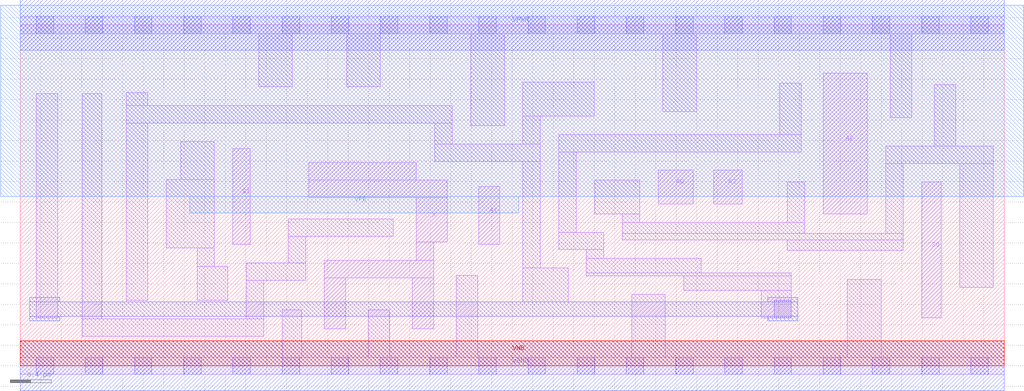
<source format=lef>
# Copyright 2020 The SkyWater PDK Authors
#
# Licensed under the Apache License, Version 2.0 (the "License");
# you may not use this file except in compliance with the License.
# You may obtain a copy of the License at
#
#     https://www.apache.org/licenses/LICENSE-2.0
#
# Unless required by applicable law or agreed to in writing, software
# distributed under the License is distributed on an "AS IS" BASIS,
# WITHOUT WARRANTIES OR CONDITIONS OF ANY KIND, either express or implied.
# See the License for the specific language governing permissions and
# limitations under the License.
#
# SPDX-License-Identifier: Apache-2.0

VERSION 5.7 ;
  NOWIREEXTENSIONATPIN ON ;
  DIVIDERCHAR "/" ;
  BUSBITCHARS "[]" ;
MACRO sky130_fd_sc_lp__mux4_4
  CLASS CORE ;
  FOREIGN sky130_fd_sc_lp__mux4_4 ;
  ORIGIN  0.000000  0.000000 ;
  SIZE  9.600000 BY  3.330000 ;
  SYMMETRY X Y R90 ;
  SITE unit ;
  PIN A0
    ANTENNAGATEAREA  0.159000 ;
    DIRECTION INPUT ;
    USE SIGNAL ;
    PORT
      LAYER li1 ;
        RECT 6.225000 1.580000 6.565000 1.910000 ;
    END
  END A0
  PIN A1
    ANTENNAGATEAREA  0.159000 ;
    DIRECTION INPUT ;
    USE SIGNAL ;
    PORT
      LAYER li1 ;
        RECT 4.475000 1.185000 4.680000 1.750000 ;
    END
  END A1
  PIN A2
    ANTENNAGATEAREA  0.159000 ;
    DIRECTION INPUT ;
    USE SIGNAL ;
    PORT
      LAYER li1 ;
        RECT 7.835000 1.485000 8.265000 2.860000 ;
    END
  END A2
  PIN A3
    ANTENNAGATEAREA  0.159000 ;
    DIRECTION INPUT ;
    USE SIGNAL ;
    PORT
      LAYER li1 ;
        RECT 6.765000 1.580000 7.045000 1.910000 ;
    END
  END A3
  PIN S0
    ANTENNAGATEAREA  0.477000 ;
    DIRECTION INPUT ;
    USE SIGNAL ;
    PORT
      LAYER li1 ;
        RECT 8.795000 0.470000 8.985000 1.795000 ;
    END
  END S0
  PIN S1
    ANTENNAGATEAREA  0.318000 ;
    DIRECTION INPUT ;
    USE SIGNAL ;
    PORT
      LAYER li1 ;
        RECT 2.075000 1.185000 2.245000 2.120000 ;
    END
  END S1
  PIN X
    ANTENNADIFFAREA  1.176000 ;
    DIRECTION OUTPUT ;
    USE SIGNAL ;
    PORT
      LAYER li1 ;
        RECT 2.815000 1.645000 4.165000 1.815000 ;
        RECT 2.815000 1.815000 3.865000 1.985000 ;
        RECT 2.965000 0.360000 3.175000 0.860000 ;
        RECT 2.965000 0.860000 4.035000 1.030000 ;
        RECT 3.825000 0.360000 4.035000 0.860000 ;
        RECT 3.865000 1.030000 4.035000 1.210000 ;
        RECT 3.865000 1.210000 4.165000 1.645000 ;
    END
  END X
  PIN VGND
    DIRECTION INOUT ;
    USE GROUND ;
    PORT
      LAYER met1 ;
        RECT 0.000000 -0.245000 9.600000 0.245000 ;
    END
  END VGND
  PIN VNB
    DIRECTION INOUT ;
    USE GROUND ;
    PORT
      LAYER pwell ;
        RECT 0.000000 0.000000 9.600000 0.245000 ;
    END
  END VNB
  PIN VPB
    DIRECTION INOUT ;
    USE POWER ;
    PORT
      LAYER nwell ;
        RECT -0.190000 1.655000 9.790000 3.520000 ;
        RECT  1.655000 1.495000 4.865000 1.655000 ;
    END
  END VPB
  PIN VPWR
    DIRECTION INOUT ;
    USE POWER ;
    PORT
      LAYER met1 ;
        RECT 0.000000 3.085000 9.600000 3.575000 ;
    END
  END VPWR
  OBS
    LAYER li1 ;
      RECT 0.000000 -0.085000 9.600000 0.085000 ;
      RECT 0.000000  3.245000 9.600000 3.415000 ;
      RECT 0.155000  0.470000 0.365000 2.660000 ;
      RECT 0.605000  0.290000 2.375000 0.460000 ;
      RECT 0.605000  0.460000 0.795000 2.660000 ;
      RECT 1.035000  0.640000 1.245000 2.370000 ;
      RECT 1.035000  2.370000 4.215000 2.540000 ;
      RECT 1.035000  2.540000 1.245000 2.670000 ;
      RECT 1.425000  1.150000 1.895000 1.820000 ;
      RECT 1.565000  1.820000 1.895000 2.190000 ;
      RECT 1.725000  0.640000 2.025000 0.970000 ;
      RECT 1.725000  0.970000 1.895000 1.150000 ;
      RECT 2.205000  0.460000 2.375000 0.835000 ;
      RECT 2.205000  0.835000 2.785000 1.005000 ;
      RECT 2.325000  2.725000 2.655000 3.245000 ;
      RECT 2.555000  0.085000 2.745000 0.545000 ;
      RECT 2.615000  1.005000 2.785000 1.265000 ;
      RECT 2.615000  1.265000 3.640000 1.435000 ;
      RECT 3.185000  2.725000 3.515000 3.245000 ;
      RECT 3.395000  0.085000 3.605000 0.545000 ;
      RECT 4.045000  1.995000 5.075000 2.165000 ;
      RECT 4.045000  2.165000 4.215000 2.370000 ;
      RECT 4.255000  0.085000 4.465000 0.885000 ;
      RECT 4.395000  2.345000 4.725000 3.245000 ;
      RECT 4.905000  0.625000 5.345000 0.955000 ;
      RECT 4.905000  0.955000 5.075000 1.995000 ;
      RECT 4.905000  2.165000 5.075000 2.440000 ;
      RECT 4.905000  2.440000 5.600000 2.770000 ;
      RECT 5.255000  1.135000 5.695000 1.305000 ;
      RECT 5.255000  1.305000 5.425000 2.090000 ;
      RECT 5.255000  2.090000 7.620000 2.260000 ;
      RECT 5.525000  0.880000 7.525000 0.905000 ;
      RECT 5.525000  0.905000 6.645000 1.050000 ;
      RECT 5.525000  1.050000 5.695000 1.135000 ;
      RECT 5.605000  1.485000 6.045000 1.815000 ;
      RECT 5.875000  1.230000 8.615000 1.295000 ;
      RECT 5.875000  1.295000 7.655000 1.400000 ;
      RECT 5.875000  1.400000 6.045000 1.485000 ;
      RECT 5.965000  0.085000 6.295000 0.700000 ;
      RECT 6.270000  2.485000 6.600000 3.245000 ;
      RECT 6.475000  0.735000 7.525000 0.880000 ;
      RECT 7.230000  0.470000 7.525000 0.735000 ;
      RECT 7.410000  2.260000 7.620000 2.760000 ;
      RECT 7.485000  1.125000 8.615000 1.230000 ;
      RECT 7.485000  1.400000 7.655000 1.795000 ;
      RECT 8.070000  0.085000 8.400000 0.845000 ;
      RECT 8.445000  1.295000 8.615000 1.975000 ;
      RECT 8.445000  1.975000 9.495000 2.145000 ;
      RECT 8.490000  2.425000 8.700000 3.245000 ;
      RECT 8.920000  2.145000 9.130000 2.745000 ;
      RECT 9.165000  0.765000 9.495000 1.975000 ;
    LAYER mcon ;
      RECT 0.155000 -0.085000 0.325000 0.085000 ;
      RECT 0.155000  3.245000 0.325000 3.415000 ;
      RECT 0.635000 -0.085000 0.805000 0.085000 ;
      RECT 0.635000  3.245000 0.805000 3.415000 ;
      RECT 1.115000 -0.085000 1.285000 0.085000 ;
      RECT 1.115000  3.245000 1.285000 3.415000 ;
      RECT 1.595000 -0.085000 1.765000 0.085000 ;
      RECT 1.595000  3.245000 1.765000 3.415000 ;
      RECT 2.075000 -0.085000 2.245000 0.085000 ;
      RECT 2.075000  3.245000 2.245000 3.415000 ;
      RECT 2.555000 -0.085000 2.725000 0.085000 ;
      RECT 2.555000  3.245000 2.725000 3.415000 ;
      RECT 3.035000 -0.085000 3.205000 0.085000 ;
      RECT 3.035000  3.245000 3.205000 3.415000 ;
      RECT 3.515000 -0.085000 3.685000 0.085000 ;
      RECT 3.515000  3.245000 3.685000 3.415000 ;
      RECT 3.995000 -0.085000 4.165000 0.085000 ;
      RECT 3.995000  3.245000 4.165000 3.415000 ;
      RECT 4.475000 -0.085000 4.645000 0.085000 ;
      RECT 4.475000  3.245000 4.645000 3.415000 ;
      RECT 4.955000 -0.085000 5.125000 0.085000 ;
      RECT 4.955000  3.245000 5.125000 3.415000 ;
      RECT 5.435000 -0.085000 5.605000 0.085000 ;
      RECT 5.435000  3.245000 5.605000 3.415000 ;
      RECT 5.915000 -0.085000 6.085000 0.085000 ;
      RECT 5.915000  3.245000 6.085000 3.415000 ;
      RECT 6.395000 -0.085000 6.565000 0.085000 ;
      RECT 6.395000  3.245000 6.565000 3.415000 ;
      RECT 6.875000 -0.085000 7.045000 0.085000 ;
      RECT 6.875000  3.245000 7.045000 3.415000 ;
      RECT 7.355000 -0.085000 7.525000 0.085000 ;
      RECT 7.355000  0.470000 7.525000 0.640000 ;
      RECT 7.355000  3.245000 7.525000 3.415000 ;
      RECT 7.835000 -0.085000 8.005000 0.085000 ;
      RECT 7.835000  3.245000 8.005000 3.415000 ;
      RECT 8.315000 -0.085000 8.485000 0.085000 ;
      RECT 8.315000  3.245000 8.485000 3.415000 ;
      RECT 8.795000 -0.085000 8.965000 0.085000 ;
      RECT 8.795000  3.245000 8.965000 3.415000 ;
      RECT 9.275000 -0.085000 9.445000 0.085000 ;
      RECT 9.275000  3.245000 9.445000 3.415000 ;
    LAYER met1 ;
      RECT 0.095000 0.440000 0.385000 0.485000 ;
      RECT 0.095000 0.485000 7.585000 0.625000 ;
      RECT 0.095000 0.625000 0.385000 0.670000 ;
      RECT 7.295000 0.440000 7.585000 0.485000 ;
      RECT 7.295000 0.625000 7.585000 0.670000 ;
  END
END sky130_fd_sc_lp__mux4_4
END LIBRARY

</source>
